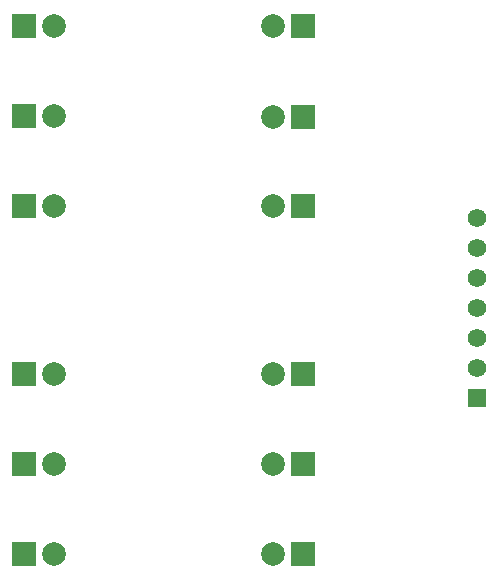
<source format=gbs>
%TF.GenerationSoftware,KiCad,Pcbnew,8.0.2*%
%TF.CreationDate,2024-05-24T11:04:59-04:00*%
%TF.ProjectId,Traffic_Light_PCBv02,54726166-6669-4635-9f4c-696768745f50,v02*%
%TF.SameCoordinates,Original*%
%TF.FileFunction,Soldermask,Bot*%
%TF.FilePolarity,Negative*%
%FSLAX46Y46*%
G04 Gerber Fmt 4.6, Leading zero omitted, Abs format (unit mm)*
G04 Created by KiCad (PCBNEW 8.0.2) date 2024-05-24 11:04:59*
%MOMM*%
%LPD*%
G01*
G04 APERTURE LIST*
%ADD10R,2.000000X2.000000*%
%ADD11C,2.000000*%
%ADD12R,1.574800X1.574800*%
%ADD13C,1.574800*%
G04 APERTURE END LIST*
D10*
%TO.C,D3*%
X119888000Y-83312000D03*
D11*
X122428000Y-83312000D03*
%TD*%
D10*
%TO.C,D5*%
X143510000Y-75722000D03*
D11*
X140970000Y-75722000D03*
%TD*%
D10*
%TO.C,D6*%
X143510000Y-83312000D03*
D11*
X140970000Y-83312000D03*
%TD*%
D10*
%TO.C,D10*%
X143510000Y-97536000D03*
D11*
X140970000Y-97536000D03*
%TD*%
D10*
%TO.C,D4*%
X143510000Y-68072000D03*
D11*
X140970000Y-68072000D03*
%TD*%
D10*
%TO.C,D2*%
X119888000Y-75692000D03*
D11*
X122428000Y-75692000D03*
%TD*%
D10*
%TO.C,D9*%
X119888000Y-112776000D03*
D11*
X122428000Y-112776000D03*
%TD*%
D10*
%TO.C,D12*%
X143510000Y-112776000D03*
D11*
X140970000Y-112776000D03*
%TD*%
D10*
%TO.C,D11*%
X143510000Y-105156000D03*
D11*
X140970000Y-105156000D03*
%TD*%
D10*
%TO.C,D1*%
X119888000Y-68012000D03*
D11*
X122428000Y-68012000D03*
%TD*%
D10*
%TO.C,D7*%
X119888000Y-97536000D03*
D11*
X122428000Y-97536000D03*
%TD*%
D10*
%TO.C,D8*%
X119888000Y-105156000D03*
D11*
X122428000Y-105156000D03*
%TD*%
D12*
%TO.C,J1*%
X158242000Y-99568000D03*
D13*
X158242000Y-97028000D03*
X158242000Y-94488000D03*
X158242000Y-91948000D03*
X158242000Y-89408000D03*
X158242000Y-86868000D03*
X158242000Y-84328000D03*
%TD*%
M02*

</source>
